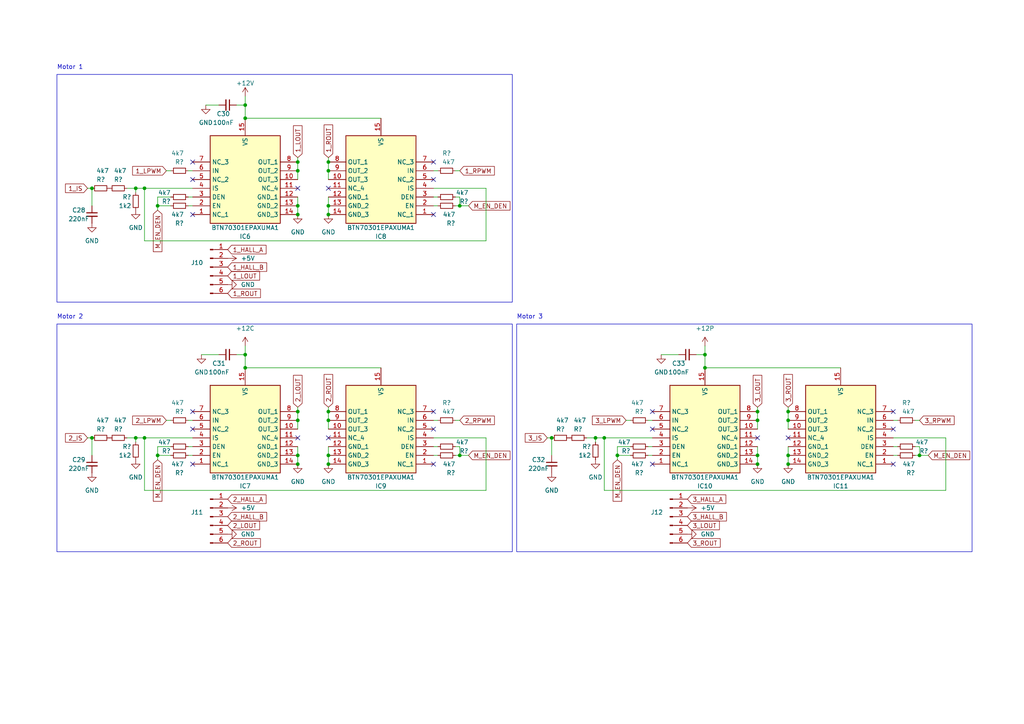
<source format=kicad_sch>
(kicad_sch (version 20230121) (generator eeschema)
  (paper "A4")
  (title_block (title "RBC by UGS") (date "2023-09-06") (rev "2.0"))
  (lib_symbols
    (symbol "Connector:Conn_01x06_Pin" (pin_names (offset 1.016) hide)
      (property "Reference" "J" (at 0 7.62 0))
      (property "Value" "Conn_01x06_Pin" (at 0 -10.16 0))
      (symbol "Conn_01x06_Pin_1_1"
        (polyline (pts (xy 1.27 -7.62) (xy 0.8636 -7.62)) (stroke (width 0.1524)))
        (polyline (pts (xy 1.27 -5.08) (xy 0.8636 -5.08)) (stroke (width 0.1524)))
        (polyline (pts (xy 1.27 -2.54) (xy 0.8636 -2.54)) (stroke (width 0.1524)))
        (polyline (pts (xy 1.27 0) (xy 0.8636 0)) (stroke (width 0.1524)))
        (polyline (pts (xy 1.27 2.54) (xy 0.8636 2.54)) (stroke (width 0.1524)))
        (polyline (pts (xy 1.27 5.08) (xy 0.8636 5.08)) (stroke (width 0.1524)))
        (rectangle (start 0.8636 -7.493) (end 0 -7.747) (stroke (width 0.1524)) (fill (type outline)))
        (rectangle (start 0.8636 -4.953) (end 0 -5.207) (stroke (width 0.1524)) (fill (type outline)))
        (rectangle (start 0.8636 -2.413) (end 0 -2.667) (stroke (width 0.1524)) (fill (type outline)))
        (rectangle (start 0.8636 0.127) (end 0 -0.127) (stroke (width 0.1524)) (fill (type outline)))
        (rectangle (start 0.8636 2.667) (end 0 2.413) (stroke (width 0.1524)) (fill (type outline)))
        (rectangle (start 0.8636 5.207) (end 0 4.953) (stroke (width 0.1524)) (fill (type outline)))
        (pin passive line (at 5.08 5.08 180) (length 3.81) (name "Pin_1") (number "1"))
        (pin passive line (at 5.08 2.54 180) (length 3.81) (name "Pin_2") (number "2"))
        (pin passive line (at 5.08 0 180) (length 3.81) (name "Pin_3") (number "3"))
        (pin passive line (at 5.08 -2.54 180) (length 3.81) (name "Pin_4") (number "4"))
        (pin passive line (at 5.08 -5.08 180) (length 3.81) (name "Pin_5") (number "5"))
        (pin passive line (at 5.08 -7.62 180) (length 3.81) (name "Pin_6") (number "6"))
      )
    )
    (symbol "Device:C_Small" (pin_numbers hide) (pin_names (offset 0.254) hide)
      (property "Reference" "C" (at 0.254 1.778 0))
      (property "Value" "C_Small" (at 0.254 -2.032 0))
      (symbol "C_Small_0_1"
        (polyline (pts (xy -1.524 -0.508) (xy 1.524 -0.508)) (stroke (width 0.3302)))
        (polyline (pts (xy -1.524 0.508) (xy 1.524 0.508)) (stroke (width 0.3048)))
      )
      (symbol "C_Small_1_1"
        (pin passive line (at 0 2.54 270) (length 2.032) (name "~") (number "1"))
        (pin passive line (at 0 -2.54 90) (length 2.032) (name "~") (number "2"))
      )
    )
    (symbol "Device:R_Small" (pin_numbers hide) (pin_names (offset 0.254) hide)
      (property "Reference" "R" (at 0.762 0.508 0))
      (property "Value" "R_Small" (at 0.762 -1.016 0))
      (symbol "R_Small_0_1"
        (rectangle (start -0.762 1.778) (end 0.762 -1.778) (stroke (width 0.2032)))
      )
      (symbol "R_Small_1_1"
        (pin passive line (at 0 2.54 270) (length 0.762) (name "~") (number "1"))
        (pin passive line (at 0 -2.54 90) (length 0.762) (name "~") (number "2"))
      )
    )
    (symbol "SamacSys_Parts:BTN70301EPAXUMA1"
      (property "Reference" "IC" (at 26.67 7.62 0))
      (property "Value" "BTN70301EPAXUMA1" (at 26.67 5.08 0))
      (symbol "BTN70301EPAXUMA1_1_1"
        (rectangle (start 5.08 2.54) (end 25.4 -22.86) (stroke (width 0.254)) (fill (type background)))
        (pin passive line (at 0 0 0) (length 5.08) (name "NC_1") (number "1"))
        (pin output line (at 30.48 -10.16 180) (length 5.08) (name "OUT_3") (number "10"))
        (pin passive line (at 30.48 -7.62 180) (length 5.08) (name "NC_4") (number "11"))
        (pin power_in line (at 30.48 -5.08 180) (length 5.08) (name "GND_1") (number "12"))
        (pin power_in line (at 30.48 -2.54 180) (length 5.08) (name "GND_2") (number "13"))
        (pin power_in line (at 30.48 0 180) (length 5.08) (name "GND_3") (number "14"))
        (pin power_in line (at 15.24 -27.94 90) (length 5.08) (name "VS") (number "15"))
        (pin input line (at 0 -2.54 0) (length 5.08) (name "EN") (number "2"))
        (pin input line (at 0 -5.08 0) (length 5.08) (name "DEN") (number "3"))
        (pin output line (at 0 -7.62 0) (length 5.08) (name "IS") (number "4"))
        (pin passive line (at 0 -10.16 0) (length 5.08) (name "NC_2") (number "5"))
        (pin input line (at 0 -12.7 0) (length 5.08) (name "IN") (number "6"))
        (pin passive line (at 0 -15.24 0) (length 5.08) (name "NC_3") (number "7"))
        (pin output line (at 30.48 -15.24 180) (length 5.08) (name "OUT_1") (number "8"))
        (pin output line (at 30.48 -12.7 180) (length 5.08) (name "OUT_2") (number "9"))
      )
    )
    (symbol "power:+12C" (power) (pin_names (offset 0))
      (property "Value" "+12C" (at 0 3.81 0))
      (symbol "+12C_0_1"
        (polyline (pts (xy -0.762 1.27) (xy 0 2.54)))
        (polyline (pts (xy 0 0) (xy 0 2.54)))
        (polyline (pts (xy 0 2.54) (xy 0.762 1.27)))
      )
      (symbol "+12C_1_1"
        (pin power_in line (at 0 0 90) (length 0) hide (name "+12C") (number "1"))
      )
    )
    (symbol "power:+12P" (power) (pin_names (offset 0))
      (property "Value" "+12P" (at 0 3.556 0))
      (symbol "+12P_0_1"
        (polyline (pts (xy -0.762 1.27) (xy 0 2.54)))
        (polyline (pts (xy 0 0) (xy 0 2.54)))
        (polyline (pts (xy 0 2.54) (xy 0.762 1.27)))
      )
      (symbol "+12P_1_1"
        (pin power_in line (at 0 0 90) (length 0) hide (name "+12P") (number "1"))
      )
    )
    (symbol "power:+12V" (power) (pin_names (offset 0))
      (property "Value" "+12V" (at 0 3.556 0))
      (symbol "+12V_0_1"
        (polyline (pts (xy -0.762 1.27) (xy 0 2.54)))
        (polyline (pts (xy 0 0) (xy 0 2.54)))
        (polyline (pts (xy 0 2.54) (xy 0.762 1.27)))
      )
      (symbol "+12V_1_1"
        (pin power_in line (at 0 0 90) (length 0) hide (name "+12V") (number "1"))
      )
    )
    (symbol "power:+5V" (power) (pin_names (offset 0))
      (property "Value" "+5V" (at 0 3.556 0))
      (symbol "+5V_0_1"
        (polyline (pts (xy -0.762 1.27) (xy 0 2.54)))
        (polyline (pts (xy 0 0) (xy 0 2.54)))
        (polyline (pts (xy 0 2.54) (xy 0.762 1.27)))
      )
      (symbol "+5V_1_1"
        (pin power_in line (at 0 0 90) (length 0) hide (name "+5V") (number "1"))
      )
    )
    (symbol "power:GND" (power) (pin_names (offset 0))
      (property "Value" "GND" (at 0 -3.81 0))
      (symbol "GND_0_1"
        (polyline (pts (xy 0 0) (xy 0 -1.27) (xy 1.27 -1.27) (xy 0 -2.54) (xy -1.27 -1.27) (xy 0 -1.27)))
      )
      (symbol "GND_1_1"
        (pin power_in line (at 0 0 270) (length 0) hide (name "GND") (number "1"))
      )
    )
  )
  (junction (at 175.26 127))
  (junction (at 95.25 121.92))
  (junction (at 41.91 127))
  (junction (at 95.25 119.38))
  (junction (at 219.71 134.62))
  (junction (at 71.12 102.87))
  (junction (at 133.35 59.69))
  (junction (at 133.35 132.08))
  (junction (at 26.67 127))
  (junction (at 45.72 59.69))
  (junction (at 266.7 132.08))
  (junction (at 95.25 49.53))
  (junction (at 95.25 62.23))
  (junction (at 41.91 54.61))
  (junction (at 204.47 102.87))
  (junction (at 45.72 132.08))
  (junction (at 71.12 34.29))
  (junction (at 219.71 119.38))
  (junction (at 160.02 127))
  (junction (at 86.36 62.23))
  (junction (at 172.72 127))
  (junction (at 228.6 119.38))
  (junction (at 95.25 46.99))
  (junction (at 95.25 134.62))
  (junction (at 86.36 119.38))
  (junction (at 71.12 106.68))
  (junction (at 71.12 30.48))
  (junction (at 228.6 132.08))
  (junction (at 179.07 132.08))
  (junction (at 86.36 132.08))
  (junction (at 219.71 121.92))
  (junction (at 86.36 49.53))
  (junction (at 86.36 46.99))
  (junction (at 39.37 54.61))
  (junction (at 228.6 134.62))
  (junction (at 219.71 132.08))
  (junction (at 95.25 132.08))
  (junction (at 86.36 59.69))
  (junction (at 95.25 59.69))
  (junction (at 86.36 134.62))
  (junction (at 86.36 121.92))
  (junction (at 39.37 127))
  (junction (at 26.67 54.61))
  (junction (at 228.6 121.92))
  (junction (at 204.47 106.68))
  (no_connect (at 86.36 127))
  (no_connect (at 228.6 127))
  (no_connect (at 55.88 124.46))
  (no_connect (at 125.73 134.62))
  (no_connect (at 189.23 124.46))
  (no_connect (at 219.71 127))
  (no_connect (at 259.08 119.38))
  (no_connect (at 55.88 62.23))
  (no_connect (at 125.73 46.99))
  (no_connect (at 86.36 54.61))
  (no_connect (at 55.88 134.62))
  (no_connect (at 55.88 119.38))
  (no_connect (at 259.08 134.62))
  (no_connect (at 125.73 52.07))
  (no_connect (at 125.73 119.38))
  (no_connect (at 95.25 127))
  (no_connect (at 95.25 54.61))
  (no_connect (at 55.88 52.07))
  (no_connect (at 189.23 119.38))
  (no_connect (at 189.23 134.62))
  (no_connect (at 259.08 124.46))
  (no_connect (at 125.73 124.46))
  (no_connect (at 55.88 46.99))
  (no_connect (at 125.73 62.23))
  (wire (pts (xy 26.67 54.61) (xy 26.67 59.69)))
  (wire (pts (xy 95.25 118.11) (xy 95.25 119.38)))
  (wire (pts (xy 228.6 132.08) (xy 228.6 134.62)))
  (wire (pts (xy 54.61 49.53) (xy 55.88 49.53)))
  (wire (pts (xy 86.36 129.54) (xy 86.36 132.08)))
  (wire (pts (xy 95.25 121.92) (xy 95.25 124.46)))
  (wire (pts (xy 86.36 132.08) (xy 86.36 134.62)))
  (wire (pts (xy 187.96 132.08) (xy 189.23 132.08)))
  (wire (pts (xy 125.73 129.54) (xy 127 129.54)))
  (wire (pts (xy 95.25 57.15) (xy 95.25 59.69)))
  (wire (pts (xy 265.43 129.54) (xy 266.7 129.54)))
  (wire (pts (xy 45.72 57.15) (xy 49.53 57.15)))
  (wire (pts (xy 179.07 132.08) (xy 179.07 133.35)))
  (wire (pts (xy 259.08 132.08) (xy 260.35 132.08)))
  (wire (pts (xy 86.36 57.15) (xy 86.36 59.69)))
  (wire (pts (xy 86.36 121.92) (xy 86.36 124.46)))
  (wire (pts (xy 274.32 142.24) (xy 175.26 142.24)))
  (wire (pts (xy 41.91 69.85) (xy 41.91 54.61)))
  (wire (pts (xy 71.12 106.68) (xy 110.49 106.68)))
  (wire (pts (xy 274.32 127) (xy 274.32 142.24)))
  (wire (pts (xy 26.67 127) (xy 26.67 132.08)))
  (wire (pts (xy 45.72 129.54) (xy 49.53 129.54)))
  (wire (pts (xy 266.7 129.54) (xy 266.7 132.08)))
  (wire (pts (xy 228.6 121.92) (xy 228.6 124.46)))
  (wire (pts (xy 175.26 127) (xy 172.72 127)))
  (wire (pts (xy 133.35 121.92) (xy 132.08 121.92)))
  (wire (pts (xy 55.88 54.61) (xy 41.91 54.61)))
  (wire (pts (xy 219.71 132.08) (xy 219.71 134.62)))
  (wire (pts (xy 133.35 49.53) (xy 132.08 49.53)))
  (wire (pts (xy 68.58 102.87) (xy 71.12 102.87)))
  (wire (pts (xy 54.61 132.08) (xy 55.88 132.08)))
  (wire (pts (xy 68.58 30.48) (xy 71.12 30.48)))
  (wire (pts (xy 45.72 57.15) (xy 45.72 59.69)))
  (wire (pts (xy 45.72 129.54) (xy 45.72 132.08)))
  (wire (pts (xy 219.71 119.38) (xy 219.71 121.92)))
  (wire (pts (xy 86.36 59.69) (xy 86.36 62.23)))
  (wire (pts (xy 133.35 132.08) (xy 135.89 132.08)))
  (wire (pts (xy 59.69 30.48) (xy 63.5 30.48)))
  (wire (pts (xy 219.71 129.54) (xy 219.71 132.08)))
  (wire (pts (xy 86.36 49.53) (xy 86.36 52.07)))
  (wire (pts (xy 189.23 127) (xy 175.26 127)))
  (wire (pts (xy 204.47 102.87) (xy 204.47 106.68)))
  (wire (pts (xy 125.73 132.08) (xy 127 132.08)))
  (wire (pts (xy 127 121.92) (xy 125.73 121.92)))
  (wire (pts (xy 125.73 54.61) (xy 140.97 54.61)))
  (wire (pts (xy 158.75 127) (xy 160.02 127)))
  (wire (pts (xy 36.83 54.61) (xy 39.37 54.61)))
  (wire (pts (xy 201.93 102.87) (xy 204.47 102.87)))
  (wire (pts (xy 259.08 127) (xy 274.32 127)))
  (wire (pts (xy 181.61 121.92) (xy 182.88 121.92)))
  (wire (pts (xy 179.07 129.54) (xy 182.88 129.54)))
  (wire (pts (xy 71.12 102.87) (xy 71.12 106.68)))
  (wire (pts (xy 228.6 119.38) (xy 228.6 121.92)))
  (wire (pts (xy 95.25 49.53) (xy 95.25 52.07)))
  (wire (pts (xy 86.36 119.38) (xy 86.36 121.92)))
  (wire (pts (xy 54.61 121.92) (xy 55.88 121.92)))
  (wire (pts (xy 125.73 127) (xy 140.97 127)))
  (wire (pts (xy 187.96 121.92) (xy 189.23 121.92)))
  (wire (pts (xy 86.36 45.72) (xy 86.36 46.99)))
  (wire (pts (xy 55.88 127) (xy 41.91 127)))
  (wire (pts (xy 187.96 129.54) (xy 189.23 129.54)))
  (wire (pts (xy 25.4 127) (xy 26.67 127)))
  (wire (pts (xy 39.37 127) (xy 39.37 128.27)))
  (wire (pts (xy 95.25 46.99) (xy 95.25 49.53)))
  (wire (pts (xy 71.12 27.94) (xy 71.12 30.48)))
  (wire (pts (xy 45.72 59.69) (xy 45.72 60.96)))
  (wire (pts (xy 140.97 69.85) (xy 41.91 69.85)))
  (wire (pts (xy 48.26 121.92) (xy 49.53 121.92)))
  (wire (pts (xy 175.26 142.24) (xy 175.26 127)))
  (wire (pts (xy 179.07 129.54) (xy 179.07 132.08)))
  (wire (pts (xy 133.35 57.15) (xy 133.35 59.69)))
  (wire (pts (xy 132.08 129.54) (xy 133.35 129.54)))
  (wire (pts (xy 160.02 127) (xy 160.02 132.08)))
  (wire (pts (xy 191.77 102.87) (xy 196.85 102.87)))
  (wire (pts (xy 54.61 57.15) (xy 55.88 57.15)))
  (wire (pts (xy 71.12 100.33) (xy 71.12 102.87)))
  (wire (pts (xy 133.35 132.08) (xy 132.08 132.08)))
  (wire (pts (xy 48.26 49.53) (xy 49.53 49.53)))
  (wire (pts (xy 228.6 118.11) (xy 228.6 119.38)))
  (wire (pts (xy 266.7 121.92) (xy 265.43 121.92)))
  (wire (pts (xy 266.7 132.08) (xy 265.43 132.08)))
  (wire (pts (xy 39.37 54.61) (xy 39.37 55.88)))
  (wire (pts (xy 259.08 129.54) (xy 260.35 129.54)))
  (wire (pts (xy 86.36 46.99) (xy 86.36 49.53)))
  (wire (pts (xy 133.35 129.54) (xy 133.35 132.08)))
  (wire (pts (xy 95.25 129.54) (xy 95.25 132.08)))
  (wire (pts (xy 125.73 57.15) (xy 127 57.15)))
  (wire (pts (xy 140.97 54.61) (xy 140.97 69.85)))
  (wire (pts (xy 260.35 121.92) (xy 259.08 121.92)))
  (wire (pts (xy 179.07 132.08) (xy 182.88 132.08)))
  (wire (pts (xy 71.12 30.48) (xy 71.12 34.29)))
  (wire (pts (xy 266.7 132.08) (xy 269.24 132.08)))
  (wire (pts (xy 41.91 142.24) (xy 41.91 127)))
  (wire (pts (xy 140.97 142.24) (xy 41.91 142.24)))
  (wire (pts (xy 54.61 59.69) (xy 55.88 59.69)))
  (wire (pts (xy 71.12 34.29) (xy 110.49 34.29)))
  (wire (pts (xy 204.47 106.68) (xy 243.84 106.68)))
  (wire (pts (xy 25.4 54.61) (xy 26.67 54.61)))
  (wire (pts (xy 45.72 59.69) (xy 49.53 59.69)))
  (wire (pts (xy 228.6 129.54) (xy 228.6 132.08)))
  (wire (pts (xy 95.25 59.69) (xy 95.25 62.23)))
  (wire (pts (xy 95.25 45.72) (xy 95.25 46.99)))
  (wire (pts (xy 41.91 54.61) (xy 39.37 54.61)))
  (wire (pts (xy 170.18 127) (xy 172.72 127)))
  (wire (pts (xy 132.08 57.15) (xy 133.35 57.15)))
  (wire (pts (xy 125.73 59.69) (xy 127 59.69)))
  (wire (pts (xy 54.61 129.54) (xy 55.88 129.54)))
  (wire (pts (xy 41.91 127) (xy 39.37 127)))
  (wire (pts (xy 86.36 118.11) (xy 86.36 119.38)))
  (wire (pts (xy 95.25 119.38) (xy 95.25 121.92)))
  (wire (pts (xy 58.42 102.87) (xy 63.5 102.87)))
  (wire (pts (xy 140.97 127) (xy 140.97 142.24)))
  (wire (pts (xy 204.47 100.33) (xy 204.47 102.87)))
  (wire (pts (xy 36.83 127) (xy 39.37 127)))
  (wire (pts (xy 95.25 132.08) (xy 95.25 134.62)))
  (wire (pts (xy 45.72 132.08) (xy 45.72 133.35)))
  (wire (pts (xy 45.72 132.08) (xy 49.53 132.08)))
  (wire (pts (xy 219.71 121.92) (xy 219.71 124.46)))
  (wire (pts (xy 219.71 118.11) (xy 219.71 119.38)))
  (wire (pts (xy 127 49.53) (xy 125.73 49.53)))
  (wire (pts (xy 135.89 59.69) (xy 133.35 59.69)))
  (wire (pts (xy 133.35 59.69) (xy 132.08 59.69)))
  (wire (pts (xy 172.72 127) (xy 172.72 128.27)))
  (rectangle (start 16.51 93.98) (end 148.59 160.02))
  (rectangle (start 16.51 21.59) (end 148.59 87.63))
  (rectangle (start 149.86 93.98) (end 281.94 160.02))
  (text "Motor 2" (at 16.51 92.71 0) (effects (font (size 1.27 1.27)) (justify left bottom)))
  (text "Motor 3" (at 149.86 92.71 0) (effects (font (size 1.27 1.27)) (justify left bottom)))
  (text "Motor 1" (at 16.51 20.32 0) (effects (font (size 1.27 1.27)) (justify left bottom)))
  (global_label "3_LOUT" (shape input) (at 199.39 152.4 0) (property "Intersheetrefs" "${INTERSHEET_REFS}" (effects hide)))
  (global_label "3_LPWM" (shape input) (at 181.61 121.92 180) (property "Intersheetrefs" "${INTERSHEET_REFS}" (effects hide)))
  (global_label "M_EN_DEN" (shape input) (at 269.24 132.08 0) (property "Intersheetrefs" "${INTERSHEET_REFS}" (effects hide)))
  (global_label "3_RPWM" (shape input) (at 266.7 121.92 0) (property "Intersheetrefs" "${INTERSHEET_REFS}" (effects hide)))
  (global_label "M_EN_DEN" (shape input) (at 135.89 132.08 0) (property "Intersheetrefs" "${INTERSHEET_REFS}" (effects hide)))
  (global_label "1_HALL_B" (shape input) (at 66.04 77.47 0) (property "Intersheetrefs" "${INTERSHEET_REFS}" (effects hide)))
  (global_label "1_LOUT" (shape input) (at 66.04 80.01 0) (property "Intersheetrefs" "${INTERSHEET_REFS}" (effects hide)))
  (global_label "2_ROUT" (shape input) (at 66.04 157.48 0) (property "Intersheetrefs" "${INTERSHEET_REFS}" (effects hide)))
  (global_label "M_EN_DEN" (shape input) (at 45.72 133.35 270) (property "Intersheetrefs" "${INTERSHEET_REFS}" (effects hide)))
  (global_label "3_ROUT" (shape input) (at 199.39 157.48 0) (property "Intersheetrefs" "${INTERSHEET_REFS}" (effects hide)))
  (global_label "1_IS" (shape input) (at 25.4 54.61 180) (property "Intersheetrefs" "${INTERSHEET_REFS}" (effects hide)))
  (global_label "1_ROUT" (shape input) (at 95.25 45.72 90) (property "Intersheetrefs" "${INTERSHEET_REFS}" (effects hide)))
  (global_label "2_IS" (shape input) (at 25.4 127 180) (property "Intersheetrefs" "${INTERSHEET_REFS}" (effects hide)))
  (global_label "3_LOUT" (shape input) (at 219.71 118.11 90) (property "Intersheetrefs" "${INTERSHEET_REFS}" (effects hide)))
  (global_label "1_HALL_A" (shape input) (at 66.04 72.39 0) (property "Intersheetrefs" "${INTERSHEET_REFS}" (effects hide)))
  (global_label "M_EN_DEN" (shape input) (at 179.07 133.35 270) (property "Intersheetrefs" "${INTERSHEET_REFS}" (effects hide)))
  (global_label "1_RPWM" (shape input) (at 133.35 49.53 0) (property "Intersheetrefs" "${INTERSHEET_REFS}" (effects hide)))
  (global_label "3_HALL_B" (shape input) (at 199.39 149.86 0) (property "Intersheetrefs" "${INTERSHEET_REFS}" (effects hide)))
  (global_label "2_HALL_B" (shape input) (at 66.04 149.86 0) (property "Intersheetrefs" "${INTERSHEET_REFS}" (effects hide)))
  (global_label "1_LPWM" (shape input) (at 48.26 49.53 180) (property "Intersheetrefs" "${INTERSHEET_REFS}" (effects hide)))
  (global_label "M_EN_DEN" (shape input) (at 135.89 59.69 0) (property "Intersheetrefs" "${INTERSHEET_REFS}" (effects hide)))
  (global_label "2_ROUT" (shape input) (at 95.25 118.11 90) (property "Intersheetrefs" "${INTERSHEET_REFS}" (effects hide)))
  (global_label "3_HALL_A" (shape input) (at 199.39 144.78 0) (property "Intersheetrefs" "${INTERSHEET_REFS}" (effects hide)))
  (global_label "2_HALL_A" (shape input) (at 66.04 144.78 0) (property "Intersheetrefs" "${INTERSHEET_REFS}" (effects hide)))
  (global_label "2_LOUT" (shape input) (at 86.36 118.11 90) (property "Intersheetrefs" "${INTERSHEET_REFS}" (effects hide)))
  (global_label "2_LPWM" (shape input) (at 48.26 121.92 180) (property "Intersheetrefs" "${INTERSHEET_REFS}" (effects hide)))
  (global_label "2_LOUT" (shape input) (at 66.04 152.4 0) (property "Intersheetrefs" "${INTERSHEET_REFS}" (effects hide)))
  (global_label "1_LOUT" (shape input) (at 86.36 45.72 90) (property "Intersheetrefs" "${INTERSHEET_REFS}" (effects hide)))
  (global_label "3_ROUT" (shape input) (at 228.6 118.11 90) (property "Intersheetrefs" "${INTERSHEET_REFS}" (effects hide)))
  (global_label "M_EN_DEN" (shape input) (at 45.72 60.96 270) (property "Intersheetrefs" "${INTERSHEET_REFS}" (effects hide)))
  (global_label "3_IS" (shape input) (at 158.75 127 180) (property "Intersheetrefs" "${INTERSHEET_REFS}" (effects hide)))
  (global_label "2_RPWM" (shape input) (at 133.35 121.92 0) (property "Intersheetrefs" "${INTERSHEET_REFS}" (effects hide)))
  (global_label "1_ROUT" (shape input) (at 66.04 85.09 0) (property "Intersheetrefs" "${INTERSHEET_REFS}" (effects hide)))
  (symbol (lib_id "Device:C_Small") (at 199.39 102.87 90) (unit 1)
    (property "Reference" "C33" (at 196.85 105.41 90))
    (property "Value" "100nF" (at 196.85 107.95 90))
    (property "Footprint" "Capacitor_SMD:C_0603_1608Metric_Pad1.08x0.95mm_HandSolder" (effects hide))
  )
  (symbol (lib_id "Device:R_Small") (at 34.29 127 270) (unit 1)
    (property "Reference" "R?" (at 33.02 124.46 90) (effects (justify left)))
    (property "Value" "4k7" (at 33.02 121.92 90) (effects (justify left)))
    (property "Footprint" "Resistor_SMD:R_1206_3216Metric_Pad1.30x1.75mm_HandSolder" (effects hide))
    (instances (project "rbc_circuits" (path "" (reference "R?") (unit 1)) (path "" (reference "R29") (unit 1))))
  )
  (symbol (lib_id "Device:R_Small") (at 52.07 57.15 90) (unit 1)
    (property "Reference" "R?" (at 49.53 58.42 90) (effects (justify left)))
    (property "Value" "4k7" (at 49.53 55.88 90) (effects (justify left)))
    (property "Footprint" "Resistor_SMD:R_1206_3216Metric_Pad1.30x1.75mm_HandSolder" (effects hide))
    (instances (project "rbc_circuits" (path "" (reference "R?") (unit 1)) (path "" (reference "R33") (unit 1))))
  )
  (symbol (lib_id "Device:R_Small") (at 262.89 132.08 90) (unit 1)
    (property "Reference" "R?" (at 265.43 137.16 90) (effects (justify left)))
    (property "Value" "4k7" (at 265.43 134.62 90) (effects (justify left)))
    (property "Footprint" "Resistor_SMD:R_1206_3216Metric_Pad1.30x1.75mm_HandSolder" (effects hide))
    (instances (project "rbc_circuits" (path "" (reference "R?") (unit 1)) (path "" (reference "R52") (unit 1))))
  )
  (symbol (lib_id "power:+5V") (at 66.04 147.32 270) (unit 1)
    (property "Reference" "#PWR064" (effects hide))
    (property "Value" "+5V" (at 69.85 147.32 90) (effects (justify left)))
  )
  (symbol (lib_id "Device:R_Small") (at 39.37 130.81 180) (unit 1)
    (property "Reference" "R?" (at 38.1 129.54 0) (effects (justify left)))
    (property "Value" "1k2" (at 38.1 132.08 0) (effects (justify left)))
    (property "Footprint" "Resistor_SMD:R_1206_3216Metric_Pad1.30x1.75mm_HandSolder" (effects hide))
    (instances (project "rbc_circuits" (path "" (reference "R?") (unit 1)) (path "" (reference "R31") (unit 1))))
  )
  (symbol (lib_id "SamacSys_Parts:BTN70301EPAXUMA1") (at 125.73 62.23 180) (unit 1)
    (property "Reference" "IC8" (at 110.49 68.58 0))
    (property "Value" "BTN70301EPAXUMA1" (at 110.49 66.04 0))
    (property "Footprint" "rbc Custom Library:Infineon_PG-TSDSO-14-22_custom" (effects hide))
    (property "Datasheet" "https://www.infineon.com/dgdl/Infineon-BTN7030-1EPA-DataSheet-v01_01-EN.pdf?fileId=5546d462749a7c2d0174b68220d93194" (effects hide))
    (property "Height" "1.15" (effects hide))
    (property "Mouser Part Number" "726-BTN70301EPAXUMA1" (effects hide))
    (property "Mouser Price/Stock" "https://www.mouser.co.uk/ProductDetail/Infineon-Technologies/BTN70301EPAXUMA1?qs=DPoM0jnrROUEnXUocksGqQ%3D%3D" (effects hide))
    (property "Manufacturer_Name" "Infineon" (effects hide))
    (property "Manufacturer_Part_Number" "BTN70301EPAXUMA1" (effects hide))
  )
  (symbol (lib_id "Device:R_Small") (at 172.72 130.81 180) (unit 1)
    (property "Reference" "R?" (at 171.45 129.54 0) (effects (justify left)))
    (property "Value" "1k2" (at 171.45 132.08 0) (effects (justify left)))
    (property "Footprint" "Resistor_SMD:R_1206_3216Metric_Pad1.30x1.75mm_HandSolder" (effects hide))
    (instances (project "rbc_circuits" (path "" (reference "R?") (unit 1)) (path "" (reference "R46") (unit 1))))
  )
  (symbol (lib_id "power:GND") (at 95.25 134.62 0) (unit 1)
    (property "Reference" "#PWR071" (effects hide))
    (property "Value" "GND" (at 95.25 139.7 0))
  )
  (symbol (lib_id "Device:R_Small") (at 129.54 121.92 270) (unit 1)
    (property "Reference" "R?" (at 128.27 116.84 90) (effects (justify left)))
    (property "Value" "4k7" (at 128.27 119.38 90) (effects (justify left)))
    (property "Footprint" "Resistor_SMD:R_1206_3216Metric_Pad1.30x1.75mm_HandSolder" (effects hide))
    (instances (project "rbc_circuits" (path "" (reference "R?") (unit 1)) (path "" (reference "R41") (unit 1))))
  )
  (symbol (lib_id "Device:C_Small") (at 66.04 30.48 270) (unit 1)
    (property "Reference" "C30" (at 64.77 33.02 90))
    (property "Value" "100nF" (at 64.77 35.56 90))
    (property "Footprint" "Capacitor_SMD:C_0603_1608Metric_Pad1.08x0.95mm_HandSolder" (effects hide))
  )
  (symbol (lib_id "Device:R_Small") (at 262.89 121.92 270) (unit 1)
    (property "Reference" "R?" (at 261.62 116.84 90) (effects (justify left)))
    (property "Value" "4k7" (at 261.62 119.38 90) (effects (justify left)))
    (property "Footprint" "Resistor_SMD:R_1206_3216Metric_Pad1.30x1.75mm_HandSolder" (effects hide))
    (instances (project "rbc_circuits" (path "" (reference "R?") (unit 1)) (path "" (reference "R50") (unit 1))))
  )
  (symbol (lib_id "power:+12V") (at 71.12 27.94 0) (unit 1)
    (property "Reference" "#PWR066" (effects hide))
    (property "Value" "+12V" (at 71.12 24.13 0))
  )
  (symbol (lib_id "power:+12P") (at 204.47 100.33 0) (unit 1)
    (property "Reference" "#PWR077" (effects hide))
    (property "Value" "+12P" (at 204.47 95.25 0))
  )
  (symbol (lib_id "power:+5V") (at 199.39 147.32 270) (unit 1)
    (property "Reference" "#PWR075" (effects hide))
    (property "Value" "+5V" (at 203.2 147.32 90) (effects (justify left)))
  )
  (symbol (lib_id "Device:C_Small") (at 26.67 62.23 0) (unit 1)
    (property "Reference" "C28" (at 22.86 60.96 0))
    (property "Value" "220nF" (at 22.86 63.5 0))
    (property "Footprint" "Capacitor_SMD:C_0402_1005Metric_Pad0.74x0.62mm_HandSolder" (effects hide))
  )
  (symbol (lib_id "Device:R_Small") (at 262.89 129.54 90) (unit 1)
    (property "Reference" "R?" (at 269.24 130.81 90) (effects (justify left)))
    (property "Value" "4k7" (at 269.24 128.27 90) (effects (justify left)))
    (property "Footprint" "Resistor_SMD:R_1206_3216Metric_Pad1.30x1.75mm_HandSolder" (effects hide))
    (instances (project "rbc_circuits" (path "" (reference "R?") (unit 1)) (path "" (reference "R51") (unit 1))))
  )
  (symbol (lib_id "Device:R_Small") (at 52.07 59.69 90) (unit 1)
    (property "Reference" "R?" (at 53.34 64.77 90) (effects (justify left)))
    (property "Value" "4k7" (at 53.34 62.23 90) (effects (justify left)))
    (property "Footprint" "Resistor_SMD:R_1206_3216Metric_Pad1.30x1.75mm_HandSolder" (effects hide))
    (instances (project "rbc_circuits" (path "" (reference "R?") (unit 1)) (path "" (reference "R34") (unit 1))))
  )
  (symbol (lib_id "Connector:Conn_01x06_Pin") (at 194.31 149.86 0) (unit 1)
    (property "Reference" "J12" (at 190.5 148.59 0))
    (property "Value" "Conn_01x06_Pin" (effects hide))
    (property "Footprint" "Connector_Molex:Molex_Micro-Fit_3.0_43045-0612_2x03_P3.00mm_Vertical" (effects hide))
  )
  (symbol (lib_id "SamacSys_Parts:BTN70301EPAXUMA1") (at 55.88 62.23 0) (mirror x) (unit 1)
    (property "Reference" "IC6" (at 71.12 68.58 0))
    (property "Value" "BTN70301EPAXUMA1" (at 71.12 66.04 0))
    (property "Footprint" "rbc Custom Library:Infineon_PG-TSDSO-14-22_custom" (effects hide))
    (property "Datasheet" "https://www.infineon.com/dgdl/Infineon-BTN7030-1EPA-DataSheet-v01_01-EN.pdf?fileId=5546d462749a7c2d0174b68220d93194" (effects hide))
    (property "Height" "1.15" (effects hide))
    (property "Mouser Part Number" "726-BTN70301EPAXUMA1" (effects hide))
    (property "Mouser Price/Stock" "https://www.mouser.co.uk/ProductDetail/Infineon-Technologies/BTN70301EPAXUMA1?qs=DPoM0jnrROUEnXUocksGqQ%3D%3D" (effects hide))
    (property "Manufacturer_Name" "Infineon" (effects hide))
    (property "Manufacturer_Part_Number" "BTN70301EPAXUMA1" (effects hide))
  )
  (symbol (lib_id "Device:R_Small") (at 162.56 127 270) (unit 1)
    (property "Reference" "R?" (at 161.29 124.46 90) (effects (justify left)))
    (property "Value" "4k7" (at 161.29 121.92 90) (effects (justify left)))
    (property "Footprint" "Resistor_SMD:R_1206_3216Metric_Pad1.30x1.75mm_HandSolder" (effects hide))
    (instances (project "rbc_circuits" (path "" (reference "R?") (unit 1)) (path "" (reference "R44") (unit 1))))
  )
  (symbol (lib_id "power:GND") (at 160.02 137.16 0) (unit 1)
    (property "Reference" "#PWR072" (effects hide))
    (property "Value" "GND" (at 160.02 142.24 0))
  )
  (symbol (lib_id "SamacSys_Parts:BTN70301EPAXUMA1") (at 189.23 134.62 0) (mirror x) (unit 1)
    (property "Reference" "IC10" (at 204.47 140.97 0))
    (property "Value" "BTN70301EPAXUMA1" (at 204.47 138.43 0))
    (property "Footprint" "rbc Custom Library:Infineon_PG-TSDSO-14-22_custom" (effects hide))
    (property "Datasheet" "https://www.infineon.com/dgdl/Infineon-BTN7030-1EPA-DataSheet-v01_01-EN.pdf?fileId=5546d462749a7c2d0174b68220d93194" (effects hide))
    (property "Height" "1.15" (effects hide))
    (property "Mouser Part Number" "726-BTN70301EPAXUMA1" (effects hide))
    (property "Mouser Price/Stock" "https://www.mouser.co.uk/ProductDetail/Infineon-Technologies/BTN70301EPAXUMA1?qs=DPoM0jnrROUEnXUocksGqQ%3D%3D" (effects hide))
    (property "Manufacturer_Name" "Infineon" (effects hide))
    (property "Manufacturer_Part_Number" "BTN70301EPAXUMA1" (effects hide))
  )
  (symbol (lib_id "Device:R_Small") (at 52.07 129.54 90) (unit 1)
    (property "Reference" "R?" (at 49.53 130.81 90) (effects (justify left)))
    (property "Value" "4k7" (at 49.53 128.27 90) (effects (justify left)))
    (property "Footprint" "Resistor_SMD:R_1206_3216Metric_Pad1.30x1.75mm_HandSolder" (effects hide))
    (instances (project "rbc_circuits" (path "" (reference "R?") (unit 1)) (path "" (reference "R36") (unit 1))))
  )
  (symbol (lib_id "Device:R_Small") (at 34.29 54.61 270) (unit 1)
    (property "Reference" "R?" (at 33.02 52.07 90) (effects (justify left)))
    (property "Value" "4k7" (at 33.02 49.53 90) (effects (justify left)))
    (property "Footprint" "Resistor_SMD:R_1206_3216Metric_Pad1.30x1.75mm_HandSolder" (effects hide))
    (instances (project "rbc_circuits" (path "" (reference "R?") (unit 1)) (path "" (reference "R28") (unit 1))))
  )
  (symbol (lib_id "SamacSys_Parts:BTN70301EPAXUMA1") (at 259.08 134.62 180) (unit 1)
    (property "Reference" "IC11" (at 243.84 140.97 0))
    (property "Value" "BTN70301EPAXUMA1" (at 243.84 138.43 0))
    (property "Footprint" "rbc Custom Library:Infineon_PG-TSDSO-14-22_custom" (effects hide))
    (property "Datasheet" "https://www.infineon.com/dgdl/Infineon-BTN7030-1EPA-DataSheet-v01_01-EN.pdf?fileId=5546d462749a7c2d0174b68220d93194" (effects hide))
    (property "Height" "1.15" (effects hide))
    (property "Mouser Part Number" "726-BTN70301EPAXUMA1" (effects hide))
    (property "Mouser Price/Stock" "https://www.mouser.co.uk/ProductDetail/Infineon-Technologies/BTN70301EPAXUMA1?qs=DPoM0jnrROUEnXUocksGqQ%3D%3D" (effects hide))
    (property "Manufacturer_Name" "Infineon" (effects hide))
    (property "Manufacturer_Part_Number" "BTN70301EPAXUMA1" (effects hide))
  )
  (symbol (lib_id "SamacSys_Parts:BTN70301EPAXUMA1") (at 125.73 134.62 180) (unit 1)
    (property "Reference" "IC9" (at 110.49 140.97 0))
    (property "Value" "BTN70301EPAXUMA1" (at 110.49 138.43 0))
    (property "Footprint" "rbc Custom Library:Infineon_PG-TSDSO-14-22_custom" (effects hide))
    (property "Datasheet" "https://www.infineon.com/dgdl/Infineon-BTN7030-1EPA-DataSheet-v01_01-EN.pdf?fileId=5546d462749a7c2d0174b68220d93194" (effects hide))
    (property "Height" "1.15" (effects hide))
    (property "Mouser Part Number" "726-BTN70301EPAXUMA1" (effects hide))
    (property "Mouser Price/Stock" "https://www.mouser.co.uk/ProductDetail/Infineon-Technologies/BTN70301EPAXUMA1?qs=DPoM0jnrROUEnXUocksGqQ%3D%3D" (effects hide))
    (property "Manufacturer_Name" "Infineon" (effects hide))
    (property "Manufacturer_Part_Number" "BTN70301EPAXUMA1" (effects hide))
  )
  (symbol (lib_id "Device:R_Small") (at 129.54 132.08 90) (unit 1)
    (property "Reference" "R?" (at 132.08 137.16 90) (effects (justify left)))
    (property "Value" "4k7" (at 132.08 134.62 90) (effects (justify left)))
    (property "Footprint" "Resistor_SMD:R_1206_3216Metric_Pad1.30x1.75mm_HandSolder" (effects hide))
    (instances (project "rbc_circuits" (path "" (reference "R?") (unit 1)) (path "" (reference "R43") (unit 1))))
  )
  (symbol (lib_id "power:GND") (at 86.36 134.62 0) (unit 1)
    (property "Reference" "#PWR069" (effects hide))
    (property "Value" "GND" (at 86.36 139.7 0))
  )
  (symbol (lib_id "power:GND") (at 191.77 102.87 0) (unit 1)
    (property "Reference" "#PWR074" (effects hide))
    (property "Value" "GND" (at 191.77 107.95 0))
  )
  (symbol (lib_id "power:GND") (at 26.67 64.77 0) (unit 1)
    (property "Reference" "#PWR056" (effects hide))
    (property "Value" "GND" (at 26.67 69.85 0))
  )
  (symbol (lib_id "Device:R_Small") (at 52.07 132.08 90) (unit 1)
    (property "Reference" "R?" (at 53.34 137.16 90) (effects (justify left)))
    (property "Value" "4k7" (at 53.34 134.62 90) (effects (justify left)))
    (property "Footprint" "Resistor_SMD:R_1206_3216Metric_Pad1.30x1.75mm_HandSolder" (effects hide))
    (instances (project "rbc_circuits" (path "" (reference "R?") (unit 1)) (path "" (reference "R37") (unit 1))))
  )
  (symbol (lib_id "power:+12C") (at 71.12 100.33 0) (unit 1)
    (property "Reference" "#PWR?" (effects hide))
    (property "Value" "+12C" (at 71.12 95.25 0))
    (instances (project "rbc_circuits" (path "" (reference "#PWR?") (unit 1)) (path "" (reference "#PWR067") (unit 1))))
  )
  (symbol (lib_id "Device:C_Small") (at 160.02 134.62 0) (unit 1)
    (property "Reference" "C32" (at 156.21 133.35 0))
    (property "Value" "220nF" (at 156.21 135.89 0))
    (property "Footprint" "Capacitor_SMD:C_0402_1005Metric_Pad0.74x0.62mm_HandSolder" (effects hide))
  )
  (symbol (lib_id "power:GND") (at 26.67 137.16 0) (unit 1)
    (property "Reference" "#PWR057" (effects hide))
    (property "Value" "GND" (at 26.67 142.24 0))
  )
  (symbol (lib_id "Connector:Conn_01x06_Pin") (at 60.96 149.86 0) (unit 1)
    (property "Reference" "J11" (at 57.15 148.59 0))
    (property "Value" "Conn_01x06_Pin" (effects hide))
    (property "Footprint" "Connector_Molex:Molex_Micro-Fit_3.0_43045-0612_2x03_P3.00mm_Vertical" (effects hide))
  )
  (symbol (lib_id "power:GND") (at 58.42 102.87 0) (unit 1)
    (property "Reference" "#PWR060" (effects hide))
    (property "Value" "GND" (at 58.42 107.95 0))
  )
  (symbol (lib_id "power:GND") (at 39.37 60.96 0) (unit 1)
    (property "Reference" "#PWR058" (effects hide))
    (property "Value" "GND" (at 39.37 66.04 0))
  )
  (symbol (lib_id "power:GND") (at 219.71 134.62 0) (unit 1)
    (property "Reference" "#PWR078" (effects hide))
    (property "Value" "GND" (at 219.71 139.7 0))
  )
  (symbol (lib_id "power:GND") (at 39.37 133.35 0) (unit 1)
    (property "Reference" "#PWR059" (effects hide))
    (property "Value" "GND" (at 39.37 138.43 0))
  )
  (symbol (lib_id "power:GND") (at 66.04 82.55 90) (unit 1)
    (property "Reference" "#PWR063" (effects hide))
    (property "Value" "GND" (at 69.85 82.55 90) (effects (justify right)))
  )
  (symbol (lib_id "Connector:Conn_01x06_Pin") (at 60.96 77.47 0) (unit 1)
    (property "Reference" "J10" (at 57.15 76.2 0))
    (property "Value" "Conn_01x06_Pin" (effects hide))
    (property "Footprint" "Connector_Molex:Molex_Micro-Fit_3.0_43045-0612_2x03_P3.00mm_Vertical" (effects hide))
  )
  (symbol (lib_id "power:GND") (at 95.25 62.23 0) (unit 1)
    (property "Reference" "#PWR070" (effects hide))
    (property "Value" "GND" (at 95.25 67.31 0))
  )
  (symbol (lib_id "Device:R_Small") (at 129.54 49.53 270) (unit 1)
    (property "Reference" "R?" (at 128.27 44.45 90) (effects (justify left)))
    (property "Value" "4k7" (at 128.27 46.99 90) (effects (justify left)))
    (property "Footprint" "Resistor_SMD:R_1206_3216Metric_Pad1.30x1.75mm_HandSolder" (effects hide))
    (instances (project "rbc_circuits" (path "" (reference "R?") (unit 1)) (path "" (reference "R38") (unit 1))))
  )
  (symbol (lib_id "Device:R_Small") (at 185.42 132.08 90) (unit 1)
    (property "Reference" "R?" (at 186.69 137.16 90) (effects (justify left)))
    (property "Value" "4k7" (at 186.69 134.62 90) (effects (justify left)))
    (property "Footprint" "Resistor_SMD:R_1206_3216Metric_Pad1.30x1.75mm_HandSolder" (effects hide))
    (instances (project "rbc_circuits" (path "" (reference "R?") (unit 1)) (path "" (reference "R49") (unit 1))))
  )
  (symbol (lib_id "SamacSys_Parts:BTN70301EPAXUMA1") (at 55.88 134.62 0) (mirror x) (unit 1)
    (property "Reference" "IC7" (at 71.12 140.97 0))
    (property "Value" "BTN70301EPAXUMA1" (at 71.12 138.43 0))
    (property "Footprint" "rbc Custom Library:Infineon_PG-TSDSO-14-22_custom" (effects hide))
    (property "Datasheet" "https://www.infineon.com/dgdl/Infineon-BTN7030-1EPA-DataSheet-v01_01-EN.pdf?fileId=5546d462749a7c2d0174b68220d93194" (effects hide))
    (property "Height" "1.15" (effects hide))
    (property "Mouser Part Number" "726-BTN70301EPAXUMA1" (effects hide))
    (property "Mouser Price/Stock" "https://www.mouser.co.uk/ProductDetail/Infineon-Technologies/BTN70301EPAXUMA1?qs=DPoM0jnrROUEnXUocksGqQ%3D%3D" (effects hide))
    (property "Manufacturer_Name" "Infineon" (effects hide))
    (property "Manufacturer_Part_Number" "BTN70301EPAXUMA1" (effects hide))
  )
  (symbol (lib_id "Device:R_Small") (at 52.07 121.92 90) (unit 1)
    (property "Reference" "R?" (at 53.34 119.38 90) (effects (justify left)))
    (property "Value" "4k7" (at 53.34 116.84 90) (effects (justify left)))
    (property "Footprint" "Resistor_SMD:R_1206_3216Metric_Pad1.30x1.75mm_HandSolder" (effects hide))
    (instances (project "rbc_circuits" (path "" (reference "R?") (unit 1)) (path "" (reference "R35") (unit 1))))
  )
  (symbol (lib_id "Device:R_Small") (at 129.54 129.54 90) (unit 1)
    (property "Reference" "R?" (at 135.89 130.81 90) (effects (justify left)))
    (property "Value" "4k7" (at 135.89 128.27 90) (effects (justify left)))
    (property "Footprint" "Resistor_SMD:R_1206_3216Metric_Pad1.30x1.75mm_HandSolder" (effects hide))
    (instances (project "rbc_circuits" (path "" (reference "R?") (unit 1)) (path "" (reference "R42") (unit 1))))
  )
  (symbol (lib_id "power:GND") (at 86.36 62.23 0) (unit 1)
    (property "Reference" "#PWR068" (effects hide))
    (property "Value" "GND" (at 86.36 67.31 0))
  )
  (symbol (lib_id "Device:R_Small") (at 185.42 129.54 90) (unit 1)
    (property "Reference" "R?" (at 182.88 130.81 90) (effects (justify left)))
    (property "Value" "4k7" (at 182.88 128.27 90) (effects (justify left)))
    (property "Footprint" "Resistor_SMD:R_1206_3216Metric_Pad1.30x1.75mm_HandSolder" (effects hide))
    (instances (project "rbc_circuits" (path "" (reference "R?") (unit 1)) (path "" (reference "R48") (unit 1))))
  )
  (symbol (lib_id "Device:C_Small") (at 26.67 134.62 0) (unit 1)
    (property "Reference" "C29" (at 22.86 133.35 0))
    (property "Value" "220nF" (at 22.86 135.89 0))
    (property "Footprint" "Capacitor_SMD:C_0402_1005Metric_Pad0.74x0.62mm_HandSolder" (effects hide))
  )
  (symbol (lib_id "Device:R_Small") (at 185.42 121.92 90) (unit 1)
    (property "Reference" "R?" (at 186.69 119.38 90) (effects (justify left)))
    (property "Value" "4k7" (at 186.69 116.84 90) (effects (justify left)))
    (property "Footprint" "Resistor_SMD:R_1206_3216Metric_Pad1.30x1.75mm_HandSolder" (effects hide))
    (instances (project "rbc_circuits" (path "" (reference "R?") (unit 1)) (path "" (reference "R47") (unit 1))))
  )
  (symbol (lib_id "power:GND") (at 59.69 30.48 0) (unit 1)
    (property "Reference" "#PWR061" (effects hide))
    (property "Value" "GND" (at 59.69 35.56 0))
  )
  (symbol (lib_id "Device:R_Small") (at 29.21 54.61 270) (unit 1)
    (property "Reference" "R?" (at 27.94 52.07 90) (effects (justify left)))
    (property "Value" "4k7" (at 27.94 49.53 90) (effects (justify left)))
    (property "Footprint" "Resistor_SMD:R_1206_3216Metric_Pad1.30x1.75mm_HandSolder" (effects hide))
    (instances (project "rbc_circuits" (path "" (reference "R?") (unit 1)) (path "" (reference "R26") (unit 1))))
  )
  (symbol (lib_id "Device:R_Small") (at 39.37 58.42 180) (unit 1)
    (property "Reference" "R?" (at 38.1 57.15 0) (effects (justify left)))
    (property "Value" "1k2" (at 38.1 59.69 0) (effects (justify left)))
    (property "Footprint" "Resistor_SMD:R_1206_3216Metric_Pad1.30x1.75mm_HandSolder" (effects hide))
    (instances (project "rbc_circuits" (path "" (reference "R?") (unit 1)) (path "" (reference "R30") (unit 1))))
  )
  (symbol (lib_id "Device:R_Small") (at 52.07 49.53 90) (unit 1)
    (property "Reference" "R?" (at 53.34 46.99 90) (effects (justify left)))
    (property "Value" "4k7" (at 53.34 44.45 90) (effects (justify left)))
    (property "Footprint" "Resistor_SMD:R_1206_3216Metric_Pad1.30x1.75mm_HandSolder" (effects hide))
    (instances (project "rbc_circuits" (path "" (reference "R?") (unit 1)) (path "" (reference "R32") (unit 1))))
  )
  (symbol (lib_id "power:GND") (at 172.72 133.35 0) (unit 1)
    (property "Reference" "#PWR073" (effects hide))
    (property "Value" "GND" (at 172.72 138.43 0))
  )
  (symbol (lib_id "power:GND") (at 228.6 134.62 0) (unit 1)
    (property "Reference" "#PWR079" (effects hide))
    (property "Value" "GND" (at 228.6 139.7 0))
  )
  (symbol (lib_id "Device:R_Small") (at 29.21 127 270) (unit 1)
    (property "Reference" "R?" (at 27.94 124.46 90) (effects (justify left)))
    (property "Value" "4k7" (at 27.94 121.92 90) (effects (justify left)))
    (property "Footprint" "Resistor_SMD:R_1206_3216Metric_Pad1.30x1.75mm_HandSolder" (effects hide))
    (instances (project "rbc_circuits" (path "" (reference "R?") (unit 1)) (path "" (reference "R27") (unit 1))))
  )
  (symbol (lib_id "power:GND") (at 66.04 154.94 90) (unit 1)
    (property "Reference" "#PWR065" (effects hide))
    (property "Value" "GND" (at 69.85 154.94 90) (effects (justify right)))
  )
  (symbol (lib_id "Device:C_Small") (at 66.04 102.87 90) (unit 1)
    (property "Reference" "C31" (at 63.5 105.41 90))
    (property "Value" "100nF" (at 63.5 107.95 90))
    (property "Footprint" "Capacitor_SMD:C_0603_1608Metric_Pad1.08x0.95mm_HandSolder" (effects hide))
  )
  (symbol (lib_id "Device:R_Small") (at 167.64 127 270) (unit 1)
    (property "Reference" "R?" (at 166.37 124.46 90) (effects (justify left)))
    (property "Value" "4k7" (at 166.37 121.92 90) (effects (justify left)))
    (property "Footprint" "Resistor_SMD:R_1206_3216Metric_Pad1.30x1.75mm_HandSolder" (effects hide))
    (instances (project "rbc_circuits" (path "" (reference "R?") (unit 1)) (path "" (reference "R45") (unit 1))))
  )
  (symbol (lib_id "Device:R_Small") (at 129.54 59.69 90) (unit 1)
    (property "Reference" "R?" (at 132.08 64.77 90) (effects (justify left)))
    (property "Value" "4k7" (at 132.08 62.23 90) (effects (justify left)))
    (property "Footprint" "Resistor_SMD:R_1206_3216Metric_Pad1.30x1.75mm_HandSolder" (effects hide))
    (instances (project "rbc_circuits" (path "" (reference "R?") (unit 1)) (path "" (reference "R40") (unit 1))))
  )
  (symbol (lib_id "Device:R_Small") (at 129.54 57.15 90) (unit 1)
    (property "Reference" "R?" (at 135.89 58.42 90) (effects (justify left)))
    (property "Value" "4k7" (at 135.89 55.88 90) (effects (justify left)))
    (property "Footprint" "Resistor_SMD:R_1206_3216Metric_Pad1.30x1.75mm_HandSolder" (effects hide))
    (instances (project "rbc_circuits" (path "" (reference "R?") (unit 1)) (path "" (reference "R39") (unit 1))))
  )
  (symbol (lib_id "power:GND") (at 199.39 154.94 90) (unit 1)
    (property "Reference" "#PWR076" (effects hide))
    (property "Value" "GND" (at 203.2 154.94 90) (effects (justify right)))
  )
  (symbol (lib_id "power:+5V") (at 66.04 74.93 270) (unit 1)
    (property "Reference" "#PWR062" (effects hide))
    (property "Value" "+5V" (at 69.85 74.93 90) (effects (justify left)))
  )
)
</source>
